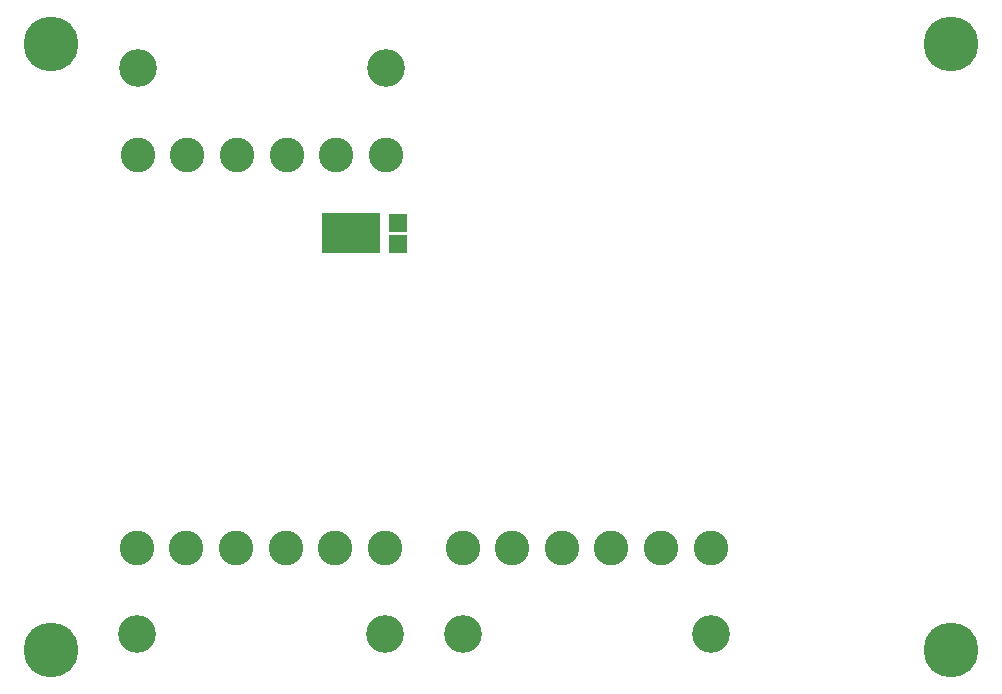
<source format=gts>
G04*
G04 #@! TF.GenerationSoftware,Altium Limited,Altium Designer,21.6.4 (81)*
G04*
G04 Layer_Color=8388736*
%FSLAX25Y25*%
%MOIN*%
G70*
G04*
G04 #@! TF.SameCoordinates,D230F567-8F14-4DE2-9EB9-46B1BD9AA4B9*
G04*
G04*
G04 #@! TF.FilePolarity,Negative*
G04*
G01*
G75*
%ADD28R,0.19685X0.13780*%
%ADD29R,0.06063X0.06024*%
%ADD30C,0.18268*%
%ADD31C,0.11575*%
%ADD32C,0.12559*%
D28*
X119770Y187215D02*
D03*
D29*
X135448Y190582D02*
D03*
Y183337D02*
D03*
D30*
X20000Y48127D02*
D03*
X320000D02*
D03*
Y250209D02*
D03*
X20000D02*
D03*
D31*
X239797Y82228D02*
D03*
X223261D02*
D03*
X206726D02*
D03*
X190190D02*
D03*
X173655D02*
D03*
X157120D02*
D03*
X48862Y213293D02*
D03*
X65398D02*
D03*
X81933D02*
D03*
X98468D02*
D03*
X115004D02*
D03*
X131539D02*
D03*
X131154Y82228D02*
D03*
X114618D02*
D03*
X98083D02*
D03*
X81547D02*
D03*
X65012D02*
D03*
X48476D02*
D03*
D32*
X157120Y53488D02*
D03*
X239797D02*
D03*
X131539Y242033D02*
D03*
X48862D02*
D03*
X48476Y53488D02*
D03*
X131154D02*
D03*
M02*

</source>
